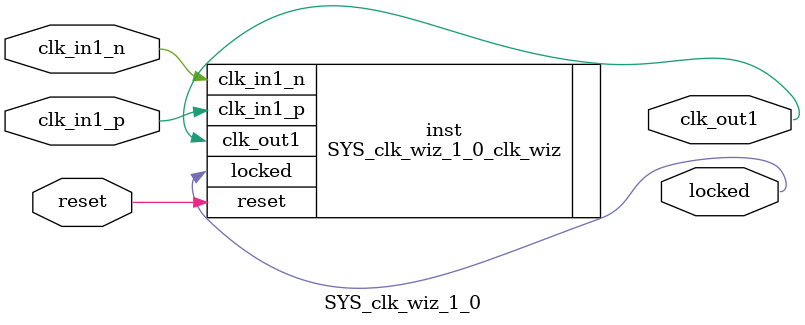
<source format=v>


`timescale 1ps/1ps

(* CORE_GENERATION_INFO = "SYS_clk_wiz_1_0,clk_wiz_v6_0_3_0_0,{component_name=SYS_clk_wiz_1_0,use_phase_alignment=false,use_min_o_jitter=false,use_max_i_jitter=false,use_dyn_phase_shift=false,use_inclk_switchover=false,use_dyn_reconfig=false,enable_axi=0,feedback_source=FDBK_AUTO,PRIMITIVE=MMCM,num_out_clk=1,clkin1_period=4.000,clkin2_period=10.0,use_power_down=false,use_reset=true,use_locked=true,use_inclk_stopped=false,feedback_type=SINGLE,CLOCK_MGR_TYPE=NA,manual_override=false}" *)

module SYS_clk_wiz_1_0 
 (
  // Clock out ports
  output        clk_out1,
  // Status and control signals
  input         reset,
  output        locked,
 // Clock in ports
  input         clk_in1_p,
  input         clk_in1_n
 );

  SYS_clk_wiz_1_0_clk_wiz inst
  (
  // Clock out ports  
  .clk_out1(clk_out1),
  // Status and control signals               
  .reset(reset), 
  .locked(locked),
 // Clock in ports
  .clk_in1_p(clk_in1_p),
  .clk_in1_n(clk_in1_n)
  );

endmodule

</source>
